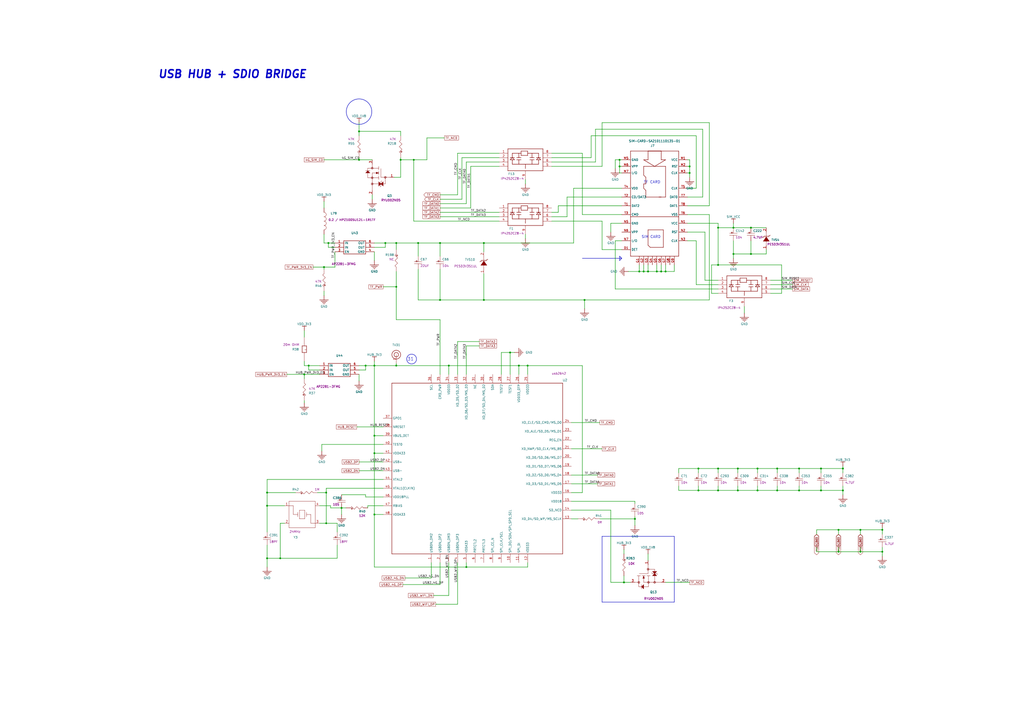
<source format=kicad_sch>
(kicad_sch (version 20241004) (generator "eeschema") (generator_version "8.99")
  (paper "A2")
  (title_block (title "Librem 5 Mainboard") (date "2024-03-21") (rev "v1.0.6") (company "Purism SPC") (comment 1 "GNU GPLv3+") (comment 2 "Copyright"))
  (circle (center 208.28 64.77) (radius 7.391) (stroke (width 0.254)))
  (circle (center 238.76 208.28) (radius 2.845) (stroke (width 0.254)))
  (text "TF CARD" (at 373.38 106.68 0) (effects (font (size 1.524 1.524)) (justify left bottom)))
  (text "31" (at 236.22 209.55 0) (effects (font (size 1.905 1.905)) (justify left bottom)))
  (text "USB HUB + SDIO BRIDGE" (at 91.44 45.72 0) (effects (font (size 4.445 4.445) (bold yes) (italic yes)) (justify left bottom)))
  (text "SIM CARD" (at 372.11 138.43 0) (effects (font (size 1.524 1.524)) (justify left bottom)))
  (junction (at 416.56 284.48))
  (junction (at 488.95 284.48))
  (junction (at 223.52 140.97))
  (junction (at 425.45 147.32))
  (junction (at 339.09 173.99))
  (junction (at 435.61 132.08))
  (junction (at 368.3 300.99))
  (junction (at 208.28 76.2))
  (junction (at 229.87 140.97))
  (junction (at 405.13 284.48))
  (junction (at 416.56 132.08))
  (junction (at 212.09 212.09))
  (junction (at 486.41 307.34))
  (junction (at 386.08 157.48))
  (junction (at 425.45 132.08))
  (junction (at 154.94 293.37))
  (junction (at 373.38 157.48))
  (junction (at 370.84 157.48))
  (junction (at 476.25 284.48))
  (junction (at 405.13 271.78))
  (junction (at 232.41 92.71))
  (junction (at 383.54 157.48))
  (junction (at 217.17 252.73))
  (junction (at 486.41 320.04))
  (junction (at 300.99 212.09))
  (junction (at 463.55 271.78))
  (junction (at 381 157.48))
  (junction (at 499.11 320.04))
  (junction (at 400.05 100.33))
  (junction (at 306.07 212.09))
  (junction (at 217.17 212.09))
  (junction (at 400.05 96.52))
  (junction (at 280.67 173.99))
  (junction (at 427.99 284.48))
  (junction (at 359.41 92.71))
  (junction (at 190.5 140.97))
  (junction (at 361.95 337.82))
  (junction (at 416.56 153.67))
  (junction (at 208.28 92.71))
  (junction (at 359.41 96.52))
  (junction (at 463.55 284.48))
  (junction (at 476.25 271.78))
  (junction (at 242.57 140.97))
  (junction (at 435.61 147.32))
  (junction (at 375.92 157.48))
  (junction (at 198.12 294.64))
  (junction (at 179.07 212.09))
  (junction (at 280.67 140.97))
  (junction (at 162.56 323.85))
  (junction (at 439.42 284.48))
  (junction (at 189.23 303.53))
  (junction (at 295.91 204.47))
  (junction (at 416.56 271.78))
  (junction (at 511.81 307.34))
  (junction (at 270.51 328.93))
  (junction (at 450.85 271.78))
  (junction (at 450.85 284.48))
  (junction (at 260.35 212.09))
  (junction (at 217.17 298.45))
  (junction (at 427.99 271.78))
  (junction (at 511.81 320.04))
  (junction (at 255.27 173.99))
  (junction (at 176.53 217.17))
  (junction (at 154.94 323.85))
  (junction (at 187.96 154.94))
  (junction (at 255.27 140.97))
  (junction (at 229.87 166.37))
  (junction (at 439.42 271.78))
  (junction (at 240.03 92.71))
  (junction (at 154.94 285.75))
  (junction (at 189.23 285.75))
  (junction (at 217.17 262.89))
  (junction (at 488.95 271.78))
  (junction (at 499.11 307.34))
  (junction (at 229.87 212.09))
  (wire (pts (xy 473.71 307.34) (xy 473.71 309.88)) (stroke (width 0.254)))
  (wire (pts (xy 398.78 129.54) (xy 416.56 129.54)) (stroke (width 0.254)))
  (wire (pts (xy 212.09 287.02) (xy 198.12 287.02)) (stroke (width 0.254)))
  (wire (pts (xy 154.94 323.85) (xy 162.56 323.85)) (stroke (width 0.254)))
  (wire (pts (xy 450.85 271.78) (xy 463.55 271.78)) (stroke (width 0.254)))
  (wire (pts (xy 255.27 113.03) (xy 265.43 113.03)) (stroke (width 0.254)))
  (wire (pts (xy 300.99 217.17) (xy 300.99 212.09)) (stroke (width 0.254)))
  (wire (pts (xy 289.56 123.19) (xy 255.27 123.19)) (stroke (width 0.254)))
  (wire (pts (xy 222.25 252.73) (xy 217.17 252.73)) (stroke (width 0.254)))
  (wire (pts (xy 232.41 91.44) (xy 232.41 92.71)) (stroke (width 0.254)))
  (wire (pts (xy 328.93 125.73) (xy 320.04 125.73)) (stroke (width 0.254)))
  (wire (pts (xy 425.45 147.32) (xy 425.45 139.7)) (stroke (width 0.254)))
  (wire (pts (xy 189.23 285.75) (xy 184.15 285.75)) (stroke (width 0.254)))
  (wire (pts (xy 463.55 271.78) (xy 476.25 271.78)) (stroke (width 0.254)))
  (wire (pts (xy 154.94 323.85) (xy 154.94 328.93)) (stroke (width 0.254)))
  (wire (pts (xy 194.31 154.94) (xy 187.96 154.94)) (stroke (width 0.254)))
  (wire (pts (xy 408.94 162.56) (xy 408.94 134.62)) (stroke (width 0.254)))
  (wire (pts (xy 400.05 96.52) (xy 400.05 100.33)) (stroke (width 0.254)))
  (wire (pts (xy 290.83 204.47) (xy 295.91 204.47)) (stroke (width 0.254)))
  (wire (pts (xy 222.25 262.89) (xy 217.17 262.89)) (stroke (width 0.254)))
  (wire (pts (xy 212.09 214.63) (xy 212.09 212.09)) (stroke (width 0.254)))
  (wire (pts (xy 260.35 212.09) (xy 229.87 212.09)) (stroke (width 0.254)))
  (wire (pts (xy 187.96 140.97) (xy 187.96 135.89)) (stroke (width 0.254)))
  (wire (pts (xy 162.56 323.85) (xy 162.56 303.53)) (stroke (width 0.254)))
  (wire (pts (xy 427.99 271.78) (xy 439.42 271.78)) (stroke (width 0.254)))
  (wire (pts (xy 185.42 303.53) (xy 189.23 303.53)) (stroke (width 0.254)))
  (wire (pts (xy 242.57 173.99) (xy 255.27 173.99)) (stroke (width 0.254)))
  (wire (pts (xy 265.43 88.9) (xy 289.56 88.9)) (stroke (width 0.254)))
  (wire (pts (xy 444.5 132.08) (xy 435.61 132.08)) (stroke (width 0.254)))
  (wire (pts (xy 476.25 271.78) (xy 488.95 271.78)) (stroke (width 0.254)))
  (polyline (pts (xy 337.82 149.86) (xy 360.68 149.86)) (stroke (width 0.254) (type solid)))
  (wire (pts (xy 453.39 153.67) (xy 416.56 153.67)) (stroke (width 0.254)))
  (wire (pts (xy 217.17 252.73) (xy 217.17 212.09)) (stroke (width 0.254)))
  (wire (pts (xy 229.87 140.97) (xy 223.52 140.97)) (stroke (width 0.254)))
  (wire (pts (xy 181.61 154.94) (xy 187.96 154.94)) (stroke (width 0.254)))
  (wire (pts (xy 179.07 212.09) (xy 176.53 212.09)) (stroke (width 0.254)))
  (wire (pts (xy 453.39 170.18) (xy 453.39 153.67)) (stroke (width 0.254)))
  (wire (pts (xy 393.7 274.32) (xy 393.7 271.78)) (stroke (width 0.254)))
  (wire (pts (xy 486.41 309.88) (xy 486.41 307.34)) (stroke (width 0.254)))
  (wire (pts (xy 270.51 200.66) (xy 278.13 200.66)) (stroke (width 0.254)))
  (wire (pts (xy 267.97 115.57) (xy 267.97 91.44)) (stroke (width 0.254)))
  (wire (pts (xy 247.65 92.71) (xy 247.65 80.01)) (stroke (width 0.254)))
  (wire (pts (xy 166.37 217.17) (xy 176.53 217.17)) (stroke (width 0.254)))
  (wire (pts (xy 476.25 281.94) (xy 476.25 284.48)) (stroke (width 0.254)))
  (wire (pts (xy 323.85 119.38) (xy 323.85 123.19)) (stroke (width 0.254)))
  (polyline (pts (xy 359.41 151.13) (xy 360.68 149.86)) (stroke (width 0.254) (type solid)))
  (wire (pts (xy 400.05 92.71) (xy 400.05 96.52)) (stroke (width 0.254)))
  (wire (pts (xy 383.54 157.48) (xy 386.08 157.48)) (stroke (width 0.254)))
  (wire (pts (xy 375.92 325.12) (xy 375.92 321.31)) (stroke (width 0.254)))
  (wire (pts (xy 217.17 262.89) (xy 217.17 252.73)) (stroke (width 0.254)))
  (wire (pts (xy 295.91 217.17) (xy 295.91 204.47)) (stroke (width 0.254)))
  (polyline (pts (xy 391.16 349.25) (xy 391.16 311.15)) (stroke (width 0.254) (type solid)))
  (wire (pts (xy 463.55 274.32) (xy 463.55 271.78)) (stroke (width 0.254)))
  (wire (pts (xy 370.84 153.67) (xy 370.84 157.48)) (stroke (width 0.254)))
  (wire (pts (xy 435.61 147.32) (xy 425.45 147.32)) (stroke (width 0.254)))
  (wire (pts (xy 255.27 173.99) (xy 280.67 173.99)) (stroke (width 0.254)))
  (wire (pts (xy 427.99 274.32) (xy 427.99 271.78)) (stroke (width 0.254)))
  (wire (pts (xy 412.75 170.18) (xy 416.56 170.18)) (stroke (width 0.254)))
  (wire (pts (xy 398.78 109.22) (xy 403.86 109.22)) (stroke (width 0.254)))
  (wire (pts (xy 345.44 93.98) (xy 320.04 93.98)) (stroke (width 0.254)))
  (wire (pts (xy 347.98 300.99) (xy 368.3 300.99)) (stroke (width 0.254)))
  (wire (pts (xy 222.25 247.65) (xy 207.01 247.65)) (stroke (width 0.254)))
  (wire (pts (xy 360.68 144.78) (xy 349.25 144.78)) (stroke (width 0.254)))
  (wire (pts (xy 354.33 129.54) (xy 354.33 134.62)) (stroke (width 0.254)))
  (wire (pts (xy 195.58 316.23) (xy 195.58 323.85)) (stroke (width 0.254)))
  (wire (pts (xy 416.56 153.67) (xy 416.56 132.08)) (stroke (width 0.254)))
  (wire (pts (xy 189.23 283.21) (xy 189.23 285.75)) (stroke (width 0.254)))
  (wire (pts (xy 331.47 285.75) (xy 337.82 285.75)) (stroke (width 0.254)))
  (wire (pts (xy 255.27 185.42) (xy 229.87 185.42)) (stroke (width 0.254)))
  (wire (pts (xy 185.42 293.37) (xy 191.77 293.37)) (stroke (width 0.254)))
  (wire (pts (xy 331.47 245.11) (xy 347.98 245.11)) (stroke (width 0.254)))
  (wire (pts (xy 511.81 320.04) (xy 511.81 317.5)) (stroke (width 0.254)))
  (wire (pts (xy 335.28 300.99) (xy 331.47 300.99)) (stroke (width 0.254)))
  (wire (pts (xy 332.74 109.22) (xy 332.74 140.97)) (stroke (width 0.254)))
  (wire (pts (xy 255.27 173.99) (xy 255.27 156.21)) (stroke (width 0.254)))
  (wire (pts (xy 328.93 114.3) (xy 328.93 125.73)) (stroke (width 0.254)))
  (wire (pts (xy 425.45 149.86) (xy 425.45 147.32)) (stroke (width 0.254)))
  (wire (pts (xy 368.3 299.72) (xy 368.3 300.99)) (stroke (width 0.254)))
  (polyline (pts (xy 360.68 149.86) (xy 359.41 148.59)) (stroke (width 0.254) (type solid)))
  (wire (pts (xy 398.78 124.46) (xy 411.48 124.46)) (stroke (width 0.254)))
  (wire (pts (xy 400.05 100.33) (xy 398.78 100.33)) (stroke (width 0.254)))
  (wire (pts (xy 222.25 257.81) (xy 186.69 257.81)) (stroke (width 0.254)))
  (wire (pts (xy 511.81 307.34) (xy 511.81 306.07)) (stroke (width 0.254)))
  (wire (pts (xy 154.94 316.23) (xy 154.94 323.85)) (stroke (width 0.254)))
  (wire (pts (xy 400.05 100.33) (xy 400.05 102.87)) (stroke (width 0.254)))
  (wire (pts (xy 194.31 146.05) (xy 194.31 154.94)) (stroke (width 0.254)))
  (wire (pts (xy 332.74 140.97) (xy 280.67 140.97)) (stroke (width 0.254)))
  (wire (pts (xy 381 157.48) (xy 383.54 157.48)) (stroke (width 0.254)))
  (wire (pts (xy 304.8 106.68) (xy 304.8 104.14)) (stroke (width 0.254)))
  (wire (pts (xy 295.91 204.47) (xy 298.45 204.47)) (stroke (width 0.254)))
  (wire (pts (xy 331.47 295.91) (xy 354.33 295.91)) (stroke (width 0.254)))
  (wire (pts (xy 359.41 100.33) (xy 360.68 100.33)) (stroke (width 0.254)))
  (wire (pts (xy 416.56 162.56) (xy 408.94 162.56)) (stroke (width 0.254)))
  (wire (pts (xy 198.12 294.64) (xy 200.66 294.64)) (stroke (width 0.254)))
  (wire (pts (xy 208.28 92.71) (xy 208.28 91.44)) (stroke (width 0.254)))
  (wire (pts (xy 306.07 328.93) (xy 270.51 328.93)) (stroke (width 0.254)))
  (wire (pts (xy 486.41 307.34) (xy 473.71 307.34)) (stroke (width 0.254)))
  (wire (pts (xy 488.95 284.48) (xy 488.95 281.94)) (stroke (width 0.254)))
  (wire (pts (xy 306.07 212.09) (xy 300.99 212.09)) (stroke (width 0.254)))
  (wire (pts (xy 232.41 92.71) (xy 232.41 102.87)) (stroke (width 0.254)))
  (wire (pts (xy 368.3 290.83) (xy 331.47 290.83)) (stroke (width 0.254)))
  (wire (pts (xy 306.07 217.17) (xy 306.07 212.09)) (stroke (width 0.254)))
  (wire (pts (xy 242.57 140.97) (xy 242.57 148.59)) (stroke (width 0.254)))
  (wire (pts (xy 444.5 147.32) (xy 444.5 144.78)) (stroke (width 0.254)))
  (wire (pts (xy 450.85 284.48) (xy 463.55 284.48)) (stroke (width 0.254)))
  (polyline (pts (xy 349.25 311.15) (xy 349.25 349.25)) (stroke (width 0.254) (type solid)))
  (wire (pts (xy 255.27 140.97) (xy 255.27 148.59)) (stroke (width 0.254)))
  (wire (pts (xy 447.04 162.56) (xy 459.74 162.56)) (stroke (width 0.254)))
  (wire (pts (xy 349.25 71.12) (xy 349.25 96.52)) (stroke (width 0.254)))
  (wire (pts (xy 360.68 114.3) (xy 328.93 114.3)) (stroke (width 0.254)))
  (wire (pts (xy 255.27 217.17) (xy 255.27 185.42)) (stroke (width 0.254)))
  (wire (pts (xy 359.41 92.71) (xy 359.41 96.52)) (stroke (width 0.254)))
  (wire (pts (xy 265.43 350.52) (xy 252.73 350.52)) (stroke (width 0.254)))
  (wire (pts (xy 463.55 281.94) (xy 463.55 284.48)) (stroke (width 0.254)))
  (wire (pts (xy 370.84 157.48) (xy 364.49 157.48)) (stroke (width 0.254)))
  (wire (pts (xy 405.13 284.48) (xy 405.13 281.94)) (stroke (width 0.254)))
  (wire (pts (xy 403.86 109.22) (xy 403.86 78.74)) (stroke (width 0.254)))
  (wire (pts (xy 473.71 320.04) (xy 486.41 320.04)) (stroke (width 0.254)))
  (wire (pts (xy 223.52 143.51) (xy 223.52 140.97)) (stroke (width 0.254)))
  (wire (pts (xy 229.87 144.78) (xy 229.87 140.97)) (stroke (width 0.254)))
  (wire (pts (xy 247.65 80.01) (xy 257.81 80.01)) (stroke (width 0.254)))
  (wire (pts (xy 349.25 144.78) (xy 349.25 128.27)) (stroke (width 0.254)))
  (wire (pts (xy 187.96 154.94) (xy 187.96 156.21)) (stroke (width 0.254)))
  (wire (pts (xy 337.82 124.46) (xy 337.82 88.9)) (stroke (width 0.254)))
  (wire (pts (xy 486.41 317.5) (xy 486.41 320.04)) (stroke (width 0.254)))
  (wire (pts (xy 240.03 128.27) (xy 240.03 92.71)) (stroke (width 0.254)))
  (wire (pts (xy 368.3 292.1) (xy 368.3 290.83)) (stroke (width 0.254)))
  (wire (pts (xy 232.41 78.74) (xy 232.41 76.2)) (stroke (width 0.254)))
  (wire (pts (xy 331.47 275.59) (xy 346.71 275.59)) (stroke (width 0.254)))
  (wire (pts (xy 267.97 91.44) (xy 289.56 91.44)) (stroke (width 0.254)))
  (wire (pts (xy 476.25 274.32) (xy 476.25 271.78)) (stroke (width 0.254)))
  (wire (pts (xy 222.25 267.97) (xy 208.28 267.97)) (stroke (width 0.254)))
  (wire (pts (xy 488.95 271.78) (xy 488.95 274.32)) (stroke (width 0.254)))
  (wire (pts (xy 191.77 293.37) (xy 191.77 294.64)) (stroke (width 0.254)))
  (wire (pts (xy 190.5 143.51) (xy 190.5 140.97)) (stroke (width 0.254)))
  (wire (pts (xy 229.87 157.48) (xy 229.87 166.37)) (stroke (width 0.254)))
  (wire (pts (xy 154.94 278.13) (xy 154.94 285.75)) (stroke (width 0.254)))
  (wire (pts (xy 375.92 153.67) (xy 375.92 157.48)) (stroke (width 0.254)))
  (wire (pts (xy 187.96 168.91) (xy 187.96 171.45)) (stroke (width 0.254)))
  (wire (pts (xy 208.28 78.74) (xy 208.28 76.2)) (stroke (width 0.254)))
  (wire (pts (xy 260.35 345.44) (xy 251.46 345.44)) (stroke (width 0.254)))
  (wire (pts (xy 337.82 212.09) (xy 306.07 212.09)) (stroke (width 0.254)))
  (polyline (pts (xy 349.25 349.25) (xy 391.16 349.25)) (stroke (width 0.254) (type solid)))
  (wire (pts (xy 447.04 165.1) (xy 459.74 165.1)) (stroke (width 0.254)))
  (wire (pts (xy 270.51 217.17) (xy 270.51 200.66)) (stroke (width 0.254)))
  (wire (pts (xy 240.03 92.71) (xy 247.65 92.71)) (stroke (width 0.254)))
  (wire (pts (xy 242.57 156.21) (xy 242.57 173.99)) (stroke (width 0.254)))
  (wire (pts (xy 217.17 212.09) (xy 217.17 209.55)) (stroke (width 0.254)))
  (wire (pts (xy 240.03 92.71) (xy 232.41 92.71)) (stroke (width 0.254)))
  (wire (pts (xy 337.82 88.9) (xy 320.04 88.9)) (stroke (width 0.254)))
  (wire (pts (xy 499.11 317.5) (xy 499.11 320.04)) (stroke (width 0.254)))
  (wire (pts (xy 208.28 214.63) (xy 212.09 214.63)) (stroke (width 0.254)))
  (wire (pts (xy 337.82 285.75) (xy 337.82 212.09)) (stroke (width 0.254)))
  (wire (pts (xy 304.8 135.89) (xy 304.8 138.43)) (stroke (width 0.254)))
  (wire (pts (xy 391.16 157.48) (xy 386.08 157.48)) (stroke (width 0.254)))
  (wire (pts (xy 260.35 217.17) (xy 260.35 212.09)) (stroke (width 0.254)))
  (wire (pts (xy 265.43 217.17) (xy 265.43 198.12)) (stroke (width 0.254)))
  (wire (pts (xy 407.67 114.3) (xy 407.67 74.93)) (stroke (width 0.254)))
  (wire (pts (xy 290.83 217.17) (xy 290.83 204.47)) (stroke (width 0.254)))
  (wire (pts (xy 222.25 273.05) (xy 208.28 273.05)) (stroke (width 0.254)))
  (wire (pts (xy 270.51 118.11) (xy 270.51 93.98)) (stroke (width 0.254)))
  (wire (pts (xy 289.56 96.52) (xy 273.05 96.52)) (stroke (width 0.254)))
  (wire (pts (xy 270.51 326.39) (xy 270.51 328.93)) (stroke (width 0.254)))
  (wire (pts (xy 450.85 281.94) (xy 450.85 284.48)) (stroke (width 0.254)))
  (wire (pts (xy 416.56 284.48) (xy 405.13 284.48)) (stroke (width 0.254)))
  (wire (pts (xy 185.42 212.09) (xy 179.07 212.09)) (stroke (width 0.254)))
  (wire (pts (xy 405.13 274.32) (xy 405.13 271.78)) (stroke (width 0.254)))
  (wire (pts (xy 431.8 177.8) (xy 431.8 181.61)) (stroke (width 0.254)))
  (wire (pts (xy 360.68 109.22) (xy 332.74 109.22)) (stroke (width 0.254)))
  (wire (pts (xy 255.27 339.09) (xy 233.68 339.09)) (stroke (width 0.254)))
  (wire (pts (xy 162.56 303.53) (xy 165.1 303.53)) (stroke (width 0.254)))
  (wire (pts (xy 360.68 129.54) (xy 354.33 129.54)) (stroke (width 0.254)))
  (wire (pts (xy 222.25 293.37) (xy 213.36 293.37)) (stroke (width 0.254)))
  (wire (pts (xy 403.86 139.7) (xy 398.78 139.7)) (stroke (width 0.254)))
  (wire (pts (xy 393.7 271.78) (xy 405.13 271.78)) (stroke (width 0.254)))
  (wire (pts (xy 499.11 309.88) (xy 499.11 307.34)) (stroke (width 0.254)))
  (wire (pts (xy 416.56 281.94) (xy 416.56 284.48)) (stroke (width 0.254)))
  (wire (pts (xy 217.17 328.93) (xy 217.17 298.45)) (stroke (width 0.254)))
  (wire (pts (xy 354.33 295.91) (xy 354.33 337.82)) (stroke (width 0.254)))
  (wire (pts (xy 447.04 170.18) (xy 453.39 170.18)) (stroke (width 0.254)))
  (wire (pts (xy 398.78 119.38) (xy 411.48 119.38)) (stroke (width 0.254)))
  (wire (pts (xy 195.58 303.53) (xy 195.58 308.61)) (stroke (width 0.254)))
  (wire (pts (xy 223.52 140.97) (xy 217.17 140.97)) (stroke (width 0.254)))
  (wire (pts (xy 359.41 96.52) (xy 359.41 100.33)) (stroke (width 0.254)))
  (wire (pts (xy 265.43 198.12) (xy 278.13 198.12)) (stroke (width 0.254)))
  (wire (pts (xy 435.61 147.32) (xy 444.5 147.32)) (stroke (width 0.254)))
  (wire (pts (xy 212.09 288.29) (xy 212.09 287.02)) (stroke (width 0.254)))
  (wire (pts (xy 250.19 326.39) (xy 250.19 335.28)) (stroke (width 0.254)))
  (wire (pts (xy 191.77 294.64) (xy 198.12 294.64)) (stroke (width 0.254)))
  (wire (pts (xy 361.95 334.01) (xy 361.95 337.82)) (stroke (width 0.254)))
  (wire (pts (xy 381 157.48) (xy 381 153.67)) (stroke (width 0.254)))
  (wire (pts (xy 280.67 173.99) (xy 339.09 173.99)) (stroke (width 0.254)))
  (wire (pts (xy 176.53 232.41) (xy 176.53 233.68)) (stroke (width 0.254)))
  (wire (pts (xy 186.69 257.81) (xy 186.69 261.62)) (stroke (width 0.254)))
  (wire (pts (xy 393.7 281.94) (xy 393.7 284.48)) (stroke (width 0.254)))
  (wire (pts (xy 349.25 128.27) (xy 320.04 128.27)) (stroke (width 0.254)))
  (wire (pts (xy 391.16 153.67) (xy 391.16 157.48)) (stroke (width 0.254)))
  (wire (pts (xy 306.07 326.39) (xy 306.07 328.93)) (stroke (width 0.254)))
  (wire (pts (xy 360.68 119.38) (xy 323.85 119.38)) (stroke (width 0.254)))
  (wire (pts (xy 473.71 317.5) (xy 473.71 320.04)) (stroke (width 0.254)))
  (wire (pts (xy 198.12 298.45) (xy 198.12 294.64)) (stroke (width 0.254)))
  (wire (pts (xy 232.41 102.87) (xy 228.6 102.87)) (stroke (width 0.254)))
  (wire (pts (xy 386.08 153.67) (xy 386.08 157.48)) (stroke (width 0.254)))
  (wire (pts (xy 373.38 153.67) (xy 373.38 157.48)) (stroke (width 0.254)))
  (wire (pts (xy 229.87 185.42) (xy 229.87 166.37)) (stroke (width 0.254)))
  (polyline (pts (xy 391.16 311.15) (xy 349.25 311.15)) (stroke (width 0.254) (type solid)))
  (wire (pts (xy 342.9 78.74) (xy 342.9 91.44)) (stroke (width 0.254)))
  (wire (pts (xy 486.41 307.34) (xy 499.11 307.34)) (stroke (width 0.254)))
  (wire (pts (xy 195.58 323.85) (xy 162.56 323.85)) (stroke (width 0.254)))
  (wire (pts (xy 342.9 91.44) (xy 320.04 91.44)) (stroke (width 0.254)))
  (wire (pts (xy 289.56 125.73) (xy 255.27 125.73)) (stroke (width 0.254)))
  (wire (pts (xy 450.85 274.32) (xy 450.85 271.78)) (stroke (width 0.254)))
  (wire (pts (xy 154.94 285.75) (xy 154.94 293.37)) (stroke (width 0.254)))
  (wire (pts (xy 403.86 78.74) (xy 342.9 78.74)) (stroke (width 0.254)))
  (wire (pts (xy 360.68 124.46) (xy 337.82 124.46)) (stroke (width 0.254)))
  (wire (pts (xy 260.35 326.39) (xy 260.35 345.44)) (stroke (width 0.254)))
  (wire (pts (xy 270.51 93.98) (xy 289.56 93.98)) (stroke (width 0.254)))
  (wire (pts (xy 408.94 134.62) (xy 398.78 134.62)) (stroke (width 0.254)))
  (wire (pts (xy 488.95 271.78) (xy 488.95 270.51)) (stroke (width 0.254)))
  (wire (pts (xy 411.48 71.12) (xy 349.25 71.12)) (stroke (width 0.254)))
  (wire (pts (xy 511.81 307.34) (xy 511.81 309.88)) (stroke (width 0.254)))
  (wire (pts (xy 208.28 212.09) (xy 212.09 212.09)) (stroke (width 0.254)))
  (wire (pts (xy 339.09 173.99) (xy 339.09 179.07)) (stroke (width 0.254)))
  (wire (pts (xy 189.23 285.75) (xy 189.23 303.53)) (stroke (width 0.254)))
  (wire (pts (xy 416.56 284.48) (xy 427.99 284.48)) (stroke (width 0.254)))
  (wire (pts (xy 425.45 132.08) (xy 425.45 129.54)) (stroke (width 0.254)))
  (wire (pts (xy 190.5 140.97) (xy 194.31 140.97)) (stroke (width 0.254)))
  (wire (pts (xy 476.25 284.48) (xy 488.95 284.48)) (stroke (width 0.254)))
  (wire (pts (xy 416.56 167.64) (xy 356.87 167.64)) (stroke (width 0.254)))
  (wire (pts (xy 217.17 298.45) (xy 217.17 262.89)) (stroke (width 0.254)))
  (wire (pts (xy 179.07 214.63) (xy 179.07 212.09)) (stroke (width 0.254)))
  (wire (pts (xy 381 157.48) (xy 375.92 157.48)) (stroke (width 0.254)))
  (wire (pts (xy 398.78 114.3) (xy 407.67 114.3)) (stroke (width 0.254)))
  (wire (pts (xy 345.44 74.93) (xy 345.44 93.98)) (stroke (width 0.254)))
  (wire (pts (xy 411.48 124.46) (xy 411.48 173.99)) (stroke (width 0.254)))
  (wire (pts (xy 212.09 212.09) (xy 217.17 212.09)) (stroke (width 0.254)))
  (wire (pts (xy 439.42 284.48) (xy 450.85 284.48)) (stroke (width 0.254)))
  (wire (pts (xy 300.99 212.09) (xy 260.35 212.09)) (stroke (width 0.254)))
  (wire (pts (xy 383.54 153.67) (xy 383.54 157.48)) (stroke (width 0.254)))
  (wire (pts (xy 229.87 210.82) (xy 229.87 212.09)) (stroke (width 0.254)))
  (wire (pts (xy 499.11 320.04) (xy 511.81 320.04)) (stroke (width 0.254)))
  (wire (pts (xy 208.28 76.2) (xy 208.28 71.12)) (stroke (width 0.254)))
  (wire (pts (xy 189.23 303.53) (xy 195.58 303.53)) (stroke (width 0.254)))
  (wire (pts (xy 255.27 326.39) (xy 255.27 339.09)) (stroke (width 0.254)))
  (wire (pts (xy 255.27 118.11) (xy 270.51 118.11)) (stroke (width 0.254)))
  (wire (pts (xy 373.38 157.48) (xy 375.92 157.48)) (stroke (width 0.254)))
  (wire (pts (xy 255.27 140.97) (xy 280.67 140.97)) (stroke (width 0.254)))
  (wire (pts (xy 403.86 165.1) (xy 403.86 139.7)) (stroke (width 0.254)))
  (wire (pts (xy 154.94 293.37) (xy 154.94 308.61)) (stroke (width 0.254)))
  (wire (pts (xy 176.53 212.09) (xy 176.53 209.55)) (stroke (width 0.254)))
  (wire (pts (xy 411.48 119.38) (xy 411.48 71.12)) (stroke (width 0.254)))
  (wire (pts (xy 486.41 320.04) (xy 499.11 320.04)) (stroke (width 0.254)))
  (wire (pts (xy 439.42 274.32) (xy 439.42 271.78)) (stroke (width 0.254)))
  (wire (pts (xy 194.31 143.51) (xy 190.5 143.51)) (stroke (width 0.254)))
  (wire (pts (xy 349.25 96.52) (xy 320.04 96.52)) (stroke (width 0.254)))
  (wire (pts (xy 416.56 274.32) (xy 416.56 271.78)) (stroke (width 0.254)))
  (wire (pts (xy 398.78 92.71) (xy 400.05 92.71)) (stroke (width 0.254)))
  (wire (pts (xy 416.56 129.54) (xy 416.56 132.08)) (stroke (width 0.254)))
  (wire (pts (xy 411.48 173.99) (xy 339.09 173.99)) (stroke (width 0.254)))
  (wire (pts (xy 176.53 195.58) (xy 176.53 191.77)) (stroke (width 0.254)))
  (wire (pts (xy 273.05 96.52) (xy 273.05 120.65)) (stroke (width 0.254)))
  (wire (pts (xy 405.13 271.78) (xy 416.56 271.78)) (stroke (width 0.254)))
  (wire (pts (xy 361.95 337.82) (xy 365.76 337.82)) (stroke (width 0.254)))
  (wire (pts (xy 416.56 153.67) (xy 412.75 153.67)) (stroke (width 0.254)))
  (wire (pts (xy 416.56 271.78) (xy 427.99 271.78)) (stroke (width 0.254)))
  (wire (pts (xy 270.51 328.93) (xy 217.17 328.93)) (stroke (width 0.254)))
  (wire (pts (xy 463.55 284.48) (xy 476.25 284.48)) (stroke (width 0.254)))
  (wire (pts (xy 331.47 260.35) (xy 349.25 260.35)) (stroke (width 0.254)))
  (wire (pts (xy 356.87 139.7) (xy 360.68 139.7)) (stroke (width 0.254)))
  (wire (pts (xy 407.67 74.93) (xy 345.44 74.93)) (stroke (width 0.254)))
  (wire (pts (xy 360.68 92.71) (xy 359.41 92.71)) (stroke (width 0.254)))
  (wire (pts (xy 361.95 321.31) (xy 361.95 318.77)) (stroke (width 0.254)))
  (wire (pts (xy 255.27 115.57) (xy 267.97 115.57)) (stroke (width 0.254)))
  (wire (pts (xy 435.61 132.08) (xy 425.45 132.08)) (stroke (width 0.254)))
  (wire (pts (xy 393.7 284.48) (xy 405.13 284.48)) (stroke (width 0.254)))
  (wire (pts (xy 208.28 217.17) (xy 208.28 220.98)) (stroke (width 0.254)))
  (wire (pts (xy 250.19 335.28) (xy 234.95 335.28)) (stroke (width 0.254)))
  (wire (pts (xy 217.17 143.51) (xy 223.52 143.51)) (stroke (width 0.254)))
  (wire (pts (xy 439.42 281.94) (xy 439.42 284.48)) (stroke (width 0.254)))
  (wire (pts (xy 368.3 300.99) (xy 368.3 304.8)) (stroke (width 0.254)))
  (wire (pts (xy 229.87 140.97) (xy 242.57 140.97)) (stroke (width 0.254)))
  (wire (pts (xy 273.05 120.65) (xy 255.27 120.65)) (stroke (width 0.254)))
  (wire (pts (xy 488.95 284.48) (xy 488.95 287.02)) (stroke (width 0.254)))
  (wire (pts (xy 185.42 214.63) (xy 179.07 214.63)) (stroke (width 0.254)))
  (wire (pts (xy 232.41 76.2) (xy 208.28 76.2)) (stroke (width 0.254)))
  (wire (pts (xy 222.25 283.21) (xy 189.23 283.21)) (stroke (width 0.254)))
  (wire (pts (xy 215.9 92.71) (xy 208.28 92.71)) (stroke (width 0.254)))
  (wire (pts (xy 229.87 212.09) (xy 217.17 212.09)) (stroke (width 0.254)))
  (wire (pts (xy 215.9 113.03) (xy 215.9 115.57)) (stroke (width 0.254)))
  (wire (pts (xy 217.17 146.05) (xy 217.17 151.13)) (stroke (width 0.254)))
  (wire (pts (xy 165.1 293.37) (xy 154.94 293.37)) (stroke (width 0.254)))
  (wire (pts (xy 255.27 140.97) (xy 242.57 140.97)) (stroke (width 0.254)))
  (wire (pts (xy 213.36 293.37) (xy 213.36 294.64)) (stroke (width 0.254)))
  (wire (pts (xy 435.61 139.7) (xy 435.61 147.32)) (stroke (width 0.254)))
  (wire (pts (xy 412.75 153.67) (xy 412.75 170.18)) (stroke (width 0.254)))
  (wire (pts (xy 187.96 116.84) (xy 187.96 120.65)) (stroke (width 0.254)))
  (wire (pts (xy 416.56 165.1) (xy 403.86 165.1)) (stroke (width 0.254)))
  (wire (pts (xy 280.67 146.05) (xy 280.67 140.97)) (stroke (width 0.254)))
  (wire (pts (xy 190.5 140.97) (xy 187.96 140.97)) (stroke (width 0.254)))
  (wire (pts (xy 280.67 173.99) (xy 280.67 158.75)) (stroke (width 0.254)))
  (wire (pts (xy 427.99 281.94) (xy 427.99 284.48)) (stroke (width 0.254)))
  (wire (pts (xy 359.41 92.71) (xy 356.87 92.71)) (stroke (width 0.254)))
  (wire (pts (xy 222.25 298.45) (xy 217.17 298.45)) (stroke (width 0.254)))
  (wire (pts (xy 416.56 132.08) (xy 425.45 132.08)) (stroke (width 0.254)))
  (wire (pts (xy 222.25 278.13) (xy 154.94 278.13)) (stroke (width 0.254)))
  (polyline (pts (xy 359.41 148.59) (xy 359.41 151.13)) (stroke (width 0.254) (type solid)))
  (wire (pts (xy 359.41 96.52) (xy 360.68 96.52)) (stroke (width 0.254)))
  (wire (pts (xy 229.87 166.37) (xy 222.25 166.37)) (stroke (width 0.254)))
  (wire (pts (xy 171.45 285.75) (xy 154.94 285.75)) (stroke (width 0.254)))
  (wire (pts (xy 447.04 167.64) (xy 459.74 167.64)) (stroke (width 0.254)))
  (wire (pts (xy 185.42 217.17) (xy 176.53 217.17)) (stroke (width 0.254)))
  (wire (pts (xy 499.11 307.34) (xy 511.81 307.34)) (stroke (width 0.254)))
  (wire (pts (xy 331.47 280.67) (xy 346.71 280.67)) (stroke (width 0.254)))
  (wire (pts (xy 370.84 157.48) (xy 373.38 157.48)) (stroke (width 0.254)))
  (wire (pts (xy 427.99 284.48) (xy 439.42 284.48)) (stroke (width 0.254)))
  (wire (pts (xy 511.81 320.04) (xy 511.81 322.58)) (stroke (width 0.254)))
  (wire (pts (xy 222.25 288.29) (xy 212.09 288.29)) (stroke (width 0.254)))
  (wire (pts (xy 323.85 123.19) (xy 320.04 123.19)) (stroke (width 0.254)))
  (wire (pts (xy 400.05 337.82) (xy 386.08 337.82)) (stroke (width 0.254)))
  (wire (pts (xy 356.87 92.71) (xy 356.87 97.79)) (stroke (width 0.254)))
  (wire (pts (xy 398.78 96.52) (xy 400.05 96.52)) (stroke (width 0.254)))
  (wire (pts (xy 208.28 92.71) (xy 187.96 92.71)) (stroke (width 0.254)))
  (wire (pts (xy 176.53 217.17) (xy 176.53 219.71)) (stroke (width 0.254)))
  (wire (pts (xy 265.43 326.39) (xy 265.43 350.52)) (stroke (width 0.254)))
  (wire (pts (xy 439.42 271.78) (xy 450.85 271.78)) (stroke (width 0.254)))
  (wire (pts (xy 354.33 337.82) (xy 361.95 337.82)) (stroke (width 0.254)))
  (wire (pts (xy 289.56 128.27) (xy 240.03 128.27)) (stroke (width 0.254)))
  (wire (pts (xy 265.43 113.03) (xy 265.43 88.9)) (stroke (width 0.254)))
  (wire (pts (xy 356.87 167.64) (xy 356.87 139.7)) (stroke (width 0.254)))
  (label "USB2_DP" (at 214.63 267.97 0))
  (label "USB2_DN" (at 214.63 273.05 0))
  (label "TF_DATA0" (at 270.51 106.68 90))
  (label "USB2_4G_DN" (at 242.57 335.28 0))
  (label "TF_DATA1" (at 339.09 280.67 0))
  (label "TF_DATA3" (at 270.51 208.28 90))
  (label "USB2_WIFI_DN" (at 260.35 335.28 90))
  (label "SIM_CLK" (at 453.39 165.1 0))
  (label "TF_DATA3" (at 273.05 125.73 0))
  (label "TF_DATA0" (at 339.09 275.59 0))
  (label "USB2_4G_DP" (at 245.11 339.09 0))
  (label "SIM_RESET" (at 453.39 162.56 0))
  (label "TF_CLK" (at 267.97 104.14 90))
  (label "SIM_DATA" (at 453.39 167.64 0))
  (label "TF_CMD" (at 265.43 101.6 90))
  (label "USB2_WIFI_DP" (at 265.43 337.82 90))
  (label "TF_PWR_3V3_EN" (at 194.31 149.86 90))
  (label "TF_NCD" (at 392.43 337.82 0))
  (label "TF_DATA2" (at 265.43 208.28 90))
  (label "HUB_RESET" (at 214.63 247.65 0))
  (label "TF_CLK" (at 340.36 260.35 0))
  (label "TF_CMD" (at 339.09 245.11 0))
  (label "4G_SIM_CD" (at 198.12 92.71 0))
  (label "TF_NCD" (at 265.43 128.27 0))
  (label "TF_DATA2" (at 273.05 123.19 0))
  (label "TF_PWR" (at 255.27 200.66 90))
  (label "TF_DATA1" (at 273.05 109.22 90))
  (label "HUB_PWR_3V3_EN" (at 171.45 217.17 0))
  (global_label "HUB_PWR_3V3_EN" (shape passive) (at 166.37 217.17 180))
  (global_label "SIM_RESET" (shape passive) (at 459.74 162.56 0))
  (global_label "TF_DATA1" (shape passive) (at 346.71 280.67 0))
  (global_label "USB2_4G_DP" (shape passive) (at 233.68 339.09 180))
  (global_label "USB2_DN" (shape passive) (at 208.28 273.05 180))
  (global_label "USB2_WIFI_DP" (shape passive) (at 252.73 350.52 180))
  (global_label "USB2_WIFI_DN" (shape passive) (at 251.46 345.44 180))
  (global_label "TF_DATA3" (shape passive) (at 278.13 200.66 0))
  (global_label "SIM_DATA" (shape passive) (at 459.74 167.64 0))
  (global_label "TF_DATA0" (shape passive) (at 346.71 275.59 0))
  (global_label "GND" (shape bidirectional) (at 486.41 317.5 90))
  (global_label "4G_SIM_CD" (shape passive) (at 187.96 92.71 180))
  (global_label "TF_NCD" (shape passive) (at 257.81 80.01 0))
  (global_label "TF_NCD" (shape passive) (at 400.05 337.82 0))
  (global_label "USB2_4G_DN" (shape passive) (at 234.95 335.28 180))
  (global_label "TF_DATA2" (shape passive) (at 255.27 123.19 180))
  (global_label "HUB_3V3" (shape bidirectional) (at 486.41 309.88 270))
  (global_label "HUB_RESET" (shape passive) (at 207.01 247.65 180))
  (global_label "GND" (shape bidirectional) (at 473.71 317.5 90))
  (global_label "TF_CLK" (shape output) (at 255.27 115.57 180))
  (global_label "TF_PWR_3V3_EN" (shape passive) (at 181.61 154.94 180))
  (global_label "TF_DATA1" (shape passive) (at 255.27 120.65 180))
  (global_label "SIM_CLK" (shape passive) (at 459.74 165.1 0))
  (global_label "TF_DATA2" (shape passive) (at 278.13 198.12 0))
  (global_label "TF_DATA3" (shape passive) (at 255.27 125.73 180))
  (global_label "HUB_3V3" (shape bidirectional) (at 473.71 309.88 270))
  (global_label "USB2_DP" (shape passive) (at 208.28 267.97 180))
  (global_label "HUB_3V3" (shape bidirectional) (at 499.11 309.88 270))
  (global_label "TF_CLK" (shape passive) (at 349.25 260.35 0))
  (global_label "GND" (shape bidirectional) (at 499.11 317.5 90))
  (global_label "TF_CMD" (shape output) (at 255.27 113.03 180))
  (global_label "TF_CMD" (shape passive) (at 347.98 245.11 0))
  (global_label "TF_PWR" (shape passive) (at 222.25 166.37 180))
  (global_label "TF_DATA0" (shape passive) (at 255.27 118.11 180))
  (symbol (lib_id "C-20_USB_HUB_SD:VDD_1V8") (at 375.92 321.31 180) (unit 1)
    (property "Reference" "#PWR?" (effects (hide yes)))
    (property "Value" "VDD_1V8" (at 375.92 317.5 0))
  )
  (symbol (lib_id "C-20_USB_HUB_SD:root_0_BEAD-0402") (at 185.42 133.35 0) (unit 1)
    (property "Reference" "L79" (at 191.77 124.46 0) (effects (justify left bottom)))
    (property "Value" "BEAD-0402" (effects (hide yes)))
    (property "Footprint" "IND-0402" (effects (hide yes)))
    (property "PCB DECAL" "IND-0402" (effects (hide yes)))
    (property "DESCRIPTION" "Resistor Chip 0402 0.2 Ohm 1/16W 1% RALEC" (effects (hide yes)))
    (property "VALUE" "0.2 / HPZ1005U121-1R1TF" (at 190.5 128.27 0) (effects (justify left bottom)))
    (property "GEOMETRY.HEIGHT" "0.5MM" (effects (hide yes)))
    (property "PCB FOOTPRINT" "402" (effects (hide yes)))
  )
  (symbol (lib_id "C-20_USB_HUB_SD:GND") (at 208.28 220.98 0) (unit 1)
    (property "Reference" "#PWR?" (effects (hide yes)))
    (property "Value" "GND" (at 208.28 227.33 0))
  )
  (symbol (lib_id "C-20_USB_HUB_SD:GND") (at 176.53 233.68 0) (unit 1)
    (property "Reference" "#PWR?" (effects (hide yes)))
    (property "Value" "GND" (at 176.53 240.03 0))
  )
  (symbol (lib_id "C-20_USB_HUB_SD:root_1_CURRENT_R") (at 177.8 204.47 0) (unit 1)
    (property "Reference" "R38" (at 171.45 201.93 0) (effects (justify top)))
    (property "Value" "CURRENT_R" (effects (hide yes)))
    (property "Footprint" "3D-R0603" (effects (hide yes)))
    (property "PCB DECAL" "3D-R0603" (effects (hide yes)))
    (property "GEOMETRY.HEIGHT" "0.5MM" (effects (hide yes)))
    (property "VALUE" "20m OHM" (at 168.91 200.66 0) (effects (justify bottom)))
    (property "DESCRIPTION" "Resistor Chip 0603 20m Ohm 1/10W 1% RALEC" (effects (hide yes)))
    (property "PCB FOOTPRINT" "603" (effects (hide yes)))
  )
  (symbol (lib_id "C-20_USB_HUB_SD:root_0_C0201") (at 436.88 279.4 0) (unit 1)
    (property "Reference" "C314" (at 440.69 276.86 0) (effects (justify left bottom)))
    (property "Value" "C0201" (effects (hide yes)))
    (property "Footprint" "CAP-0201" (effects (hide yes)))
    (property "VOLTAGE" "6.3V" (effects (hide yes)))
    (property "DESCRIPTION" "CAP CER 0.1uF 6V3 20% X5R 0201" (effects (hide yes)))
    (property "PCB DECAL" "CAP-0201" (effects (hide yes)))
    (property "VALUE" "104" (at 440.69 280.67 0) (effects (justify left bottom)))
    (property "GEOMETRY.HEIGHT" "0.3MM" (effects (hide yes)))
    (property "PCB FOOTPRINT" "201" (effects (hide yes)))
  )
  (symbol (lib_id "C-20_USB_HUB_SD:root_0_C0402") (at 509.27 314.96 0) (unit 1)
    (property "Reference" "C337" (at 513.08 312.42 0) (effects (justify left bottom)))
    (property "Value" "C0402" (effects (hide yes)))
    (property "Footprint" "CAP-0402" (effects (hide yes)))
    (property "PCB DECAL" "CAP-0402" (effects (hide yes)))
    (property "DESCRIPTION" "CAP CER 4.7uF 6V3 20% X5R 0402" (effects (hide yes)))
    (property "VOLTAGE" "6.3V" (effects (hide yes)))
    (property "VALUE" "4.7UF" (at 513.08 316.23 0) (effects (justify left bottom)))
    (property "GEOMETRY.HEIGHT" "0.5MM" (effects (hide yes)))
    (property "PCB FOOTPRINT" "402" (effects (hide yes)))
  )
  (symbol (lib_id "C-20_USB_HUB_SD:root_0_C0402") (at 486.41 279.4 0) (unit 1)
    (property "Reference" "C382" (at 490.22 276.86 0) (effects (justify left bottom)))
    (property "Value" "C0402" (effects (hide yes)))
    (property "Footprint" "CAP-0402" (effects (hide yes)))
    (property "PCB DECAL" "CAP-0402" (effects (hide yes)))
    (property "DESCRIPTION" "CAP CER 4.7uF 6V3 20% X5R 0402" (effects (hide yes)))
    (property "VOLTAGE" "6.3V" (effects (hide yes)))
    (property "VALUE" "4.7UF" (at 490.22 280.67 0) (effects (justify left bottom)))
    (property "GEOMETRY.HEIGHT" "0.5MM" (effects (hide yes)))
    (property "PCB FOOTPRINT" "402" (effects (hide yes)))
  )
  (symbol (lib_id "C-20_USB_HUB_SD:GND") (at 368.3 304.8 0) (unit 1)
    (property "Reference" "#PWR?" (effects (hide yes)))
    (property "Value" "GND" (at 368.3 311.15 0))
  )
  (symbol (lib_id "C-20_USB_HUB_SD:GND") (at 304.8 106.68 0) (unit 1)
    (property "Reference" "#PWR?" (effects (hide yes)))
    (property "Value" "GND" (at 304.8 113.03 0))
  )
  (symbol (lib_id "C-20_USB_HUB_SD:root_2_SIM-CARD-SA2101110135-01") (at 393.7 87.63 0) (unit 1)
    (property "Reference" "J7" (at 379.73 83.82 0) (effects (justify right top)))
    (property "Value" "SIM-CARD-SA2101110135-01" (at 379.73 82.55 0) (effects (justify bottom)))
  )
  (symbol (lib_id "C-20_USB_HUB_SD:HUB_3V3") (at 488.95 270.51 180) (unit 1)
    (property "Reference" "#PWR?" (effects (hide yes)))
    (property "Value" "HUB_3V3" (at 488.95 266.7 0))
  )
  (symbol (lib_id "C-20_USB_HUB_SD:root_0_C0201") (at 461.01 279.4 0) (unit 1)
    (property "Reference" "C353" (at 464.82 276.86 0) (effects (justify left bottom)))
    (property "Value" "C0201" (effects (hide yes)))
    (property "Footprint" "CAP-0201" (effects (hide yes)))
    (property "VOLTAGE" "6.3V" (effects (hide yes)))
    (property "DESCRIPTION" "CAP CER 0.1uF 6V3 20% X5R 0201" (effects (hide yes)))
    (property "PCB DECAL" "CAP-0201" (effects (hide yes)))
    (property "VALUE" "104" (at 464.82 280.67 0) (effects (justify left bottom)))
    (property "GEOMETRY.HEIGHT" "0.3MM" (effects (hide yes)))
    (property "PCB FOOTPRINT" "201" (effects (hide yes)))
  )
  (symbol (lib_id "C-20_USB_HUB_SD:GND") (at 187.96 171.45 0) (unit 1)
    (property "Reference" "#PWR?" (effects (hide yes)))
    (property "Value" "GND" (at 187.96 177.8 0))
  )
  (symbol (lib_id "C-20_USB_HUB_SD:root_2_RES_2") (at 210.82 81.28 0) (unit 1)
    (property "Reference" "R55" (at 205.74 82.55 0) (effects (justify right top)))
    (property "Value" "RES_2" (effects (hide yes)))
    (property "Footprint" "RES-0201" (effects (hide yes)))
    (property "DESCRIPTION" "Resistor Chip 0201 47K Ohm 1/16W 1% RALEC" (effects (hide yes)))
    (property "PCB DECAL" "RES-0201" (effects (hide yes)))
    (property "VALUE" "47K" (at 205.74 80.01 0) (effects (justify right top)))
    (property "GEOMETRY.HEIGHT" "0.3MM" (effects (hide yes)))
    (property "PCB FOOTPRINT" "201" (effects (hide yes)))
  )
  (symbol (lib_id "C-20_USB_HUB_SD:GND") (at 511.81 322.58 0) (unit 1)
    (property "Reference" "#PWR?" (effects (hide yes)))
    (property "Value" "GND" (at 511.81 328.93 0))
  )
  (symbol (lib_id "C-20_USB_HUB_SD:root_0_C0402") (at 433.07 137.16 0) (unit 1)
    (property "Reference" "C222" (at 436.88 134.62 0) (effects (justify left bottom)))
    (property "Value" "C0402" (effects (hide yes)))
    (property "Footprint" "CAP-0402" (effects (hide yes)))
    (property "PCB DECAL" "CAP-0402" (effects (hide yes)))
    (property "DESCRIPTION" "CAP CER 4.7uF 6V3 20% X5R 0402" (effects (hide yes)))
    (property "VOLTAGE" "6.3V" (effects (hide yes)))
    (property "VALUE" "4.7UF" (at 436.88 138.43 0) (effects (justify left bottom)))
    (property "GEOMETRY.HEIGHT" "0.5MM" (effects (hide yes)))
    (property "PCB FOOTPRINT" "402" (effects (hide yes)))
  )
  (symbol (lib_id "C-20_USB_HUB_SD:root_0_C0201") (at 414.02 279.4 0) (unit 1)
    (property "Reference" "C293" (at 417.83 276.86 0) (effects (justify left bottom)))
    (property "Value" "C0201" (effects (hide yes)))
    (property "Footprint" "CAP-0201" (effects (hide yes)))
    (property "VOLTAGE" "6.3V" (effects (hide yes)))
    (property "DESCRIPTION" "CAP CER 0.1uF 6V3 20% X5R 0201" (effects (hide yes)))
    (property "PCB DECAL" "CAP-0201" (effects (hide yes)))
    (property "VALUE" "104" (at 417.83 280.67 0) (effects (justify left bottom)))
    (property "GEOMETRY.HEIGHT" "0.3MM" (effects (hide yes)))
    (property "PCB FOOTPRINT" "201" (effects (hide yes)))
  )
  (symbol (lib_id "C-20_USB_HUB_SD:GND") (at 298.45 204.47 90) (unit 1)
    (property "Reference" "#PWR?" (effects (hide yes)))
    (property "Value" "GND" (at 304.8 204.47 90) (effects (justify right)))
  )
  (symbol (lib_id "C-20_USB_HUB_SD:VDD_3V3") (at 187.96 116.84 180) (unit 1)
    (property "Reference" "#PWR?" (effects (hide yes)))
    (property "Value" "VDD_3V3" (at 187.96 113.03 0))
  )
  (symbol (lib_id "C-20_USB_HUB_SD:root_0_AP2281") (at 190.5 218.44 0) (unit 1)
    (property "Reference" "U44" (at 196.85 207.01 0) (effects (justify bottom)))
    (property "Value" "AP2281" (effects (hide yes)))
    (property "Footprint" "U-DFN2018-6" (effects (hide yes)))
    (property "PCB DECAL" "U-DFN2018-6" (effects (hide yes)))
    (property "GEOMETRY.HEIGHT" "0.6mm" (effects (hide yes)))
    (property "VALUE" "AP2281-3FMG" (at 190.5 223.52 0) (effects (justify top)))
    (property "MFG_NAME" "DIODES" (effects (hide yes)))
    (property "PCB FOOTPRINT" "U-DFN2018-6" (effects (hide yes)))
    (property "DESCRIPTION" "IC SWITCH 80mohm  1.5-6V" (effects (hide yes)))
    (property "SIGPIN7" "GND" (effects (hide yes)))
  )
  (symbol (lib_id "C-20_USB_HUB_SD:GND") (at 154.94 328.93 0) (unit 1)
    (property "Reference" "#PWR?" (effects (hide yes)))
    (property "Value" "GND" (at 154.94 335.28 0))
  )
  (symbol (lib_id "C-20_USB_HUB_SD:root_0_USB2642") (at 227.33 321.31 0) (unit 1)
    (property "Reference" "U2" (at 326.39 221.234 0) (effects (justify left bottom)))
    (property "Value" "USB2642" (effects (hide yes)))
    (property "Footprint" "USB2642" (effects (hide yes)))
    (property "PCB DECAL" "USB2642" (effects (hide yes)))
    (property "GEOMETRY.HEIGHT" "1MM" (effects (hide yes)))
    (property "VALUE" "usb2642" (at 320.04 215.9 0) (effects (justify left top)))
    (property "MFG_NAME" "microchip" (effects (hide yes)))
    (property "PCB FOOTPRINT" "QFN48 7x7mm" (effects (hide yes)))
    (property "DESCRIPTION" "IC USB 2.0 High Speed 2-Port Hub with SD Reader Controller" (effects (hide yes)))
    (property "SIGPIN49" "GND" (effects (hide yes)))
  )
  (symbol (lib_id "C-20_USB_HUB_SD:SIM_VCC") (at 425.45 129.54 180) (unit 1)
    (property "Reference" "#PWR?" (effects (hide yes)))
    (property "Value" "SIM_VCC" (at 425.45 125.73 0))
  )
  (symbol (lib_id "C-20_USB_HUB_SD:root_0_C0201") (at 252.73 153.67 0) (unit 1)
    (property "Reference" "C66" (at 256.54 151.13 0) (effects (justify left bottom)))
    (property "Value" "C0201" (effects (hide yes)))
    (property "Footprint" "CAP-0201" (effects (hide yes)))
    (property "VOLTAGE" "6.3V" (effects (hide yes)))
    (property "DESCRIPTION" "CAP CER 0.1uF 6V3 20% X5R 0201" (effects (hide yes)))
    (property "PCB DECAL" "CAP-0201" (effects (hide yes)))
    (property "VALUE" "104" (at 256.54 154.94 0) (effects (justify left bottom)))
    (property "GEOMETRY.HEIGHT" "0.3MM" (effects (hide yes)))
    (property "PCB FOOTPRINT" "201" (effects (hide yes)))
  )
  (symbol (lib_id "C-20_USB_HUB_SD:root_0_C0201") (at 391.16 279.4 0) (unit 1)
    (property "Reference" "C71" (at 394.97 276.86 0) (effects (justify left bottom)))
    (property "Value" "C0201" (effects (hide yes)))
    (property "Footprint" "CAP-0201" (effects (hide yes)))
    (property "VOLTAGE" "6.3V" (effects (hide yes)))
    (property "DESCRIPTION" "CAP CER 0.1uF 6V3 20% X5R 0201" (effects (hide yes)))
    (property "PCB DECAL" "CAP-0201" (effects (hide yes)))
    (property "VALUE" "104" (at 394.97 280.67 0) (effects (justify left bottom)))
    (property "GEOMETRY.HEIGHT" "0.3MM" (effects (hide yes)))
    (property "PCB FOOTPRINT" "201" (effects (hide yes)))
  )
  (symbol (lib_id "C-20_USB_HUB_SD:root_1_TEST-POINT") (at 229.87 205.74 0) (unit 1)
    (property "Reference" "TV31" (at 229.87 199.39 0) (effects (justify top)))
    (property "Value" "TEST-POINT" (effects (hide yes)))
    (property "Footprint" "SIP-1PE" (effects (hide yes)))
    (property "PCB DECAL" "SIP-1PE" (effects (hide yes)))
    (property "VALUE" "M3" (effects (hide yes)))
    (property "GEOMETRY.HEIGHT" "0.1MM" (effects (hide yes)))
    (property "DESCRIPTION" "Z" (effects (hide yes)))
  )
  (symbol (lib_id "C-20_USB_HUB_SD:root_0_C0603") (at 240.03 153.67 0) (unit 1)
    (property "Reference" "C67" (at 243.84 151.13 0) (effects (justify left bottom)))
    (property "Value" "C0603" (effects (hide yes)))
    (property "Footprint" "CAP-0603" (effects (hide yes)))
    (property "PCB DECAL" "CAP-0603" (effects (hide yes)))
    (property "DESCRIPTION" "CAP CER 22uF 6V3 20% X5R 0603" (effects (hide yes)))
    (property "VOLTAGE" "6.3V" (effects (hide yes)))
    (property "VALUE" "22UF" (at 243.84 154.94 0) (effects (justify left bottom)))
    (property "GEOMETRY.HEIGHT" "0.8MM" (effects (hide yes)))
    (property "PCB FOOTPRINT" "603" (effects (hide yes)))
  )
  (symbol (lib_id "C-20_USB_HUB_SD:root_0_C0201") (at 365.76 297.18 0) (unit 1)
    (property "Reference" "C390" (at 369.57 294.64 0) (effects (justify left bottom)))
    (property "Value" "C0201" (effects (hide yes)))
    (property "Footprint" "CAP-0201" (effects (hide yes)))
    (property "VOLTAGE" "6.3V" (effects (hide yes)))
    (property "DESCRIPTION" "CAP CER 1uF 6V3 20% X5R 0201" (effects (hide yes)))
    (property "PCB DECAL" "CAP-0201" (effects (hide yes)))
    (property "VALUE" "105" (at 369.57 298.45 0) (effects (justify left bottom)))
    (property "GEOMETRY.HEIGHT" "0.3MM" (effects (hide yes)))
    (property "PCB FOOTPRINT" "201" (effects (hide yes)))
  )
  (symbol (lib_id "C-20_USB_HUB_SD:GND") (at 215.9 115.57 0) (unit 1)
    (property "Reference" "#PWR?" (effects (hide yes)))
    (property "Value" "GND" (at 215.9 121.92 0))
  )
  (symbol (lib_id "C-20_USB_HUB_SD:root_0_C0201") (at 152.4 313.69 0) (unit 1)
    (property "Reference" "C391" (at 156.21 311.15 0) (effects (justify left bottom)))
    (property "Value" "C0201" (effects (hide yes)))
    (property "Footprint" "CAP-0201" (effects (hide yes)))
    (property "VOLTAGE" "25V" (effects (hide yes)))
    (property "DESCRIPTION" "CAP CER 18PF 25V 20% NPO 0201" (effects (hide yes)))
    (property "PCB DECAL" "CAP-0201" (effects (hide yes)))
    (property "VALUE" "18PF" (at 156.21 314.96 0) (effects (justify left bottom)))
    (property "GEOMETRY.HEIGHT" "0.3MM" (effects (hide yes)))
    (property "PCB FOOTPRINT" "201" (effects (hide yes)))
  )
  (symbol (lib_id "C-20_USB_HUB_SD:root_0_C0201") (at 473.71 279.4 0) (unit 1)
    (property "Reference" "C355" (at 477.52 276.86 0) (effects (justify left bottom)))
    (property "Value" "C0201" (effects (hide yes)))
    (property "Footprint" "CAP-0201" (effects (hide yes)))
    (property "VOLTAGE" "6.3V" (effects (hide yes)))
    (property "DESCRIPTION" "CAP CER 0.1uF 6V3 20% X5R 0201" (effects (hide yes)))
    (property "PCB DECAL" "CAP-0201" (effects (hide yes)))
    (property "VALUE" "104" (at 477.52 280.67 0) (effects (justify left bottom)))
    (property "GEOMETRY.HEIGHT" "0.3MM" (effects (hide yes)))
    (property "PCB FOOTPRINT" "201" (effects (hide yes)))
  )
  (symbol (lib_id "C-20_USB_HUB_SD:root_2_mirrored_RES_2") (at 173.99 222.25 0) (unit 1)
    (property "Reference" "R37" (at 179.07 227.33 0) (effects (justify left top)))
    (property "Value" "RES_2" (effects (hide yes)))
    (property "Footprint" "RES-0201" (effects (hide yes)))
    (property "DESCRIPTION" "Resistor Chip 0201 47K Ohm 1/16W 1% RALEC" (effects (hide yes)))
    (property "PCB DECAL" "RES-0201" (effects (hide yes)))
    (property "VALUE" "47K" (at 179.07 224.79 0) (effects (justify left top)))
    (property "GEOMETRY.HEIGHT" "0.8MM" (effects (hide yes)))
    (property "PCB FOOTPRINT" "201" (effects (hide yes)))
  )
  (symbol (lib_id "C-20_USB_HUB_SD:VDD_1V8") (at 208.28 71.12 180) (unit 1)
    (property "Reference" "#PWR?" (effects (hide yes)))
    (property "Value" "VDD_1V8" (at 208.28 67.31 0))
  )
  (symbol (lib_id "C-20_USB_HUB_SD:root_0_C0201") (at 195.58 292.1 0) (unit 1)
    (property "Reference" "C386" (at 193.04 289.56 0) (effects (justify left bottom)))
    (property "Value" "C0201" (effects (hide yes)))
    (property "Footprint" "CAP-0201" (effects (hide yes)))
    (property "VOLTAGE" "6.3V" (effects (hide yes)))
    (property "DESCRIPTION" "CAP CER 1uF 6V3 20% X5R 0201" (effects (hide yes)))
    (property "PCB DECAL" "CAP-0201" (effects (hide yes)))
    (property "VALUE" "105" (at 193.04 293.37 0) (effects (justify left bottom)))
    (property "GEOMETRY.HEIGHT" "0.3MM" (effects (hide yes)))
    (property "PCB FOOTPRINT" "201" (effects (hide yes)))
  )
  (symbol (lib_id "C-20_USB_HUB_SD:GND") (at 356.87 97.79 0) (unit 1)
    (property "Reference" "#PWR?" (effects (hide yes)))
    (property "Value" "GND" (at 356.87 104.14 0))
  )
  (symbol (lib_id "C-20_USB_HUB_SD:GND") (at 339.09 179.07 0) (unit 1)
    (property "Reference" "#PWR?" (effects (hide yes)))
    (property "Value" "GND" (at 339.09 185.42 0))
  )
  (symbol (lib_id "C-20_USB_HUB_SD:GND") (at 400.05 102.87 0) (unit 1)
    (property "Reference" "#PWR?" (effects (hide yes)))
    (property "Value" "GND" (at 400.05 109.22 0))
  )
  (symbol (lib_id "C-20_USB_HUB_SD:GND") (at 354.33 134.62 0) (unit 1)
    (property "Reference" "#PWR?" (effects (hide yes)))
    (property "Value" "GND" (at 354.33 140.97 0))
  )
  (symbol (lib_id "C-20_USB_HUB_SD:root_0_mirrored_2SK3018") (at 226.06 110.49 0) (unit 1)
    (property "Reference" "Q3" (at 227.33 114.3 0) (effects (justify right bottom)))
    (property "Value" "2SK3018" (effects (hide yes)))
    (property "Footprint" "DTC123JUA" (effects (hide yes)))
    (property "DESCRIPTION" "TRAN NMOS SW 0.9V DRIVE 50V UMT3" (effects (hide yes)))
    (property "PCB DECAL" "DTC123JUA" (effects (hide yes)))
    (property "VALUE" "RYU002N05" (at 232.41 116.84 0) (effects (justify right bottom)))
    (property "GEOMETRY.HEIGHT" "1.0MM" (effects (hide yes)))
    (property "PCB FOOTPRINT" "UMT3  2x2.1mm" (effects (hide yes)))
    (property "MFG_NAME" "ROHM" (effects (hide yes)))
  )
  (symbol (lib_id "C-20_USB_HUB_SD:root_2_RES_2") (at 234.95 81.28 0) (unit 1)
    (property "Reference" "R218" (at 229.87 82.55 0) (effects (justify right top)))
    (property "Value" "RES_2" (effects (hide yes)))
    (property "Footprint" "RES-0201" (effects (hide yes)))
    (property "DESCRIPTION" "Resistor Chip 0201 47K Ohm 1/16W 1% RALEC" (effects (hide yes)))
    (property "PCB DECAL" "RES-0201" (effects (hide yes)))
    (property "VALUE" "47K" (at 229.87 80.01 0) (effects (justify right top)))
    (property "GEOMETRY.HEIGHT" "0.3MM" (effects (hide yes)))
    (property "PCB FOOTPRINT" "201" (effects (hide yes)))
  )
  (symbol (lib_id "C-20_USB_HUB_SD:root_3_mirrored_2SK3018") (at 383.54 327.66 0) (unit 1)
    (property "Reference" "Q13" (at 381 344.17 0) (effects (justify right bottom)))
    (property "Value" "2SK3018" (effects (hide yes)))
    (property "Footprint" "DTC123JUA" (effects (hide yes)))
    (property "DESCRIPTION" "TRAN NMOS SW 0.9V DRIVE 50V UMT3" (effects (hide yes)))
    (property "PCB DECAL" "DTC123JUA" (effects (hide yes)))
    (property "VALUE" "RYU002N05" (at 384.81 347.98 0) (effects (justify right bottom)))
    (property "GEOMETRY.HEIGHT" "1.0MM" (effects (hide yes)))
    (property "PCB FOOTPRINT" "UMT3  2x2.1mm" (effects (hide yes)))
    (property "MFG_NAME" "ROHM" (effects (hide yes)))
  )
  (symbol (lib_id "C-20_USB_HUB_SD:root_0_FILTER_ESD_BUS4") (at 421.64 172.72 0) (unit 1)
    (property "Reference" "F3" (at 424.18 175.26 0) (effects (justify bottom)))
    (property "Value" "FILTER_ESD_BUS4" (effects (hide yes)))
    (property "Footprint" "FILTER-BUS4" (effects (hide yes)))
    (property "PCB DECAL" "FILTER-BUS4" (effects (hide yes)))
    (property "VALUE" "IP4252CZ8-4" (at 422.91 177.8 0) (effects (justify top)))
    (property "GEOMETRY.HEIGHT" "0.6mm" (effects (hide yes)))
    (property "PCB FOOTPRINT" "QFN8 1.35x1.7x0.55mm" (effects (hide yes)))
    (property "DESCRIPTION" "IC ESD Filter 40 ohm 12pF 4CH" (effects (hide yes)))
    (property "MFG_NAME" "NXP" (effects (hide yes)))
  )
  (symbol (lib_id "C-20_USB_HUB_SD:GND") (at 304.8 138.43 0) (unit 1)
    (property "Reference" "#PWR?" (effects (hide yes)))
    (property "Value" "GND" (at 304.8 144.78 0))
  )
  (symbol (lib_id "C-20_USB_HUB_SD:HUB_3V3") (at 361.95 318.77 180) (unit 1)
    (property "Reference" "#PWR?" (effects (hide yes)))
    (property "Value" "HUB_3V3" (at 361.95 314.96 0))
  )
  (symbol (lib_id "C-20_USB_HUB_SD:GND") (at 431.8 181.61 0) (unit 1)
    (property "Reference" "#PWR?" (effects (hide yes)))
    (property "Value" "GND" (at 431.8 187.96 0))
  )
  (symbol (lib_id "C-20_USB_HUB_SD:root_0_C0201") (at 425.45 279.4 0) (unit 1)
    (property "Reference" "C309" (at 429.26 276.86 0) (effects (justify left bottom)))
    (property "Value" "C0201" (effects (hide yes)))
    (property "Footprint" "CAP-0201" (effects (hide yes)))
    (property "VOLTAGE" "6.3V" (effects (hide yes)))
    (property "DESCRIPTION" "CAP CER 0.1uF 6V3 20% X5R 0201" (effects (hide yes)))
    (property "PCB DECAL" "CAP-0201" (effects (hide yes)))
    (property "VALUE" "104" (at 429.26 280.67 0) (effects (justify left bottom)))
    (property "GEOMETRY.HEIGHT" "0.3MM" (effects (hide yes)))
    (property "PCB FOOTPRINT" "201" (effects (hide yes)))
  )
  (symbol (lib_id "C-20_USB_HUB_SD:root_0_C0201") (at 422.91 137.16 0) (unit 1)
    (property "Reference" "C142" (at 426.72 134.62 0) (effects (justify left bottom)))
    (property "Value" "C0201" (effects (hide yes)))
    (property "Footprint" "CAP-0201" (effects (hide yes)))
    (property "VOLTAGE" "6.3V" (effects (hide yes)))
    (property "DESCRIPTION" "CAP CER 0.1uF 6V3 20% X5R 0201" (effects (hide yes)))
    (property "PCB DECAL" "CAP-0201" (effects (hide yes)))
    (property "VALUE" "104" (at 426.72 138.43 0) (effects (justify left bottom)))
    (property "GEOMETRY.HEIGHT" "0.3MM" (effects (hide yes)))
    (property "PCB FOOTPRINT" "201" (effects (hide yes)))
  )
  (symbol (lib_id "C-20_USB_HUB_SD:root_0_C0201") (at 402.59 279.4 0) (unit 1)
    (property "Reference" "C72" (at 406.4 276.86 0) (effects (justify left bottom)))
    (property "Value" "C0201" (effects (hide yes)))
    (property "Footprint" "CAP-0201" (effects (hide yes)))
    (property "VOLTAGE" "6.3V" (effects (hide yes)))
    (property "DESCRIPTION" "CAP CER 0.1uF 6V3 20% X5R 0201" (effects (hide yes)))
    (property "PCB DECAL" "CAP-0201" (effects (hide yes)))
    (property "VALUE" "104" (at 406.4 280.67 0) (effects (justify left bottom)))
    (property "GEOMETRY.HEIGHT" "0.3MM" (effects (hide yes)))
    (property "PCB FOOTPRINT" "201" (effects (hide yes)))
  )
  (symbol (lib_id "C-20_USB_HUB_SD:GND") (at 425.45 149.86 0) (unit 1)
    (property "Reference" "#PWR?" (effects (hide yes)))
    (property "Value" "GND" (at 425.45 156.21 0))
  )
  (symbol (lib_id "C-20_USB_HUB_SD:root_1_RES_2") (at 345.44 303.53 0) (unit 1)
    (property "Reference" "R41" (at 349.25 298.45 0) (effects (justify right top)))
    (property "Value" "RES_2" (effects (hide yes)))
    (property "Footprint" "RES-0201" (effects (hide yes)))
    (property "DESCRIPTION" "Resistor Chip 0201 47K Ohm 1/16W 1% RALEC" (effects (hide yes)))
    (property "PCB DECAL" "RES-0201" (effects (hide yes)))
    (property "VALUE" "0R" (at 349.25 302.26 0) (effects (justify right top)))
    (property "GEOMETRY.HEIGHT" "0.8MM" (effects (hide yes)))
    (property "PCB FOOTPRINT" "201" (effects (hide yes)))
  )
  (symbol (lib_id "C-20_USB_HUB_SD:GND") (at 488.95 287.02 0) (unit 1)
    (property "Reference" "#PWR?" (effects (hide yes)))
    (property "Value" "GND" (at 488.95 293.37 0))
  )
  (symbol (lib_id "C-20_USB_HUB_SD:VDD_3V3") (at 176.53 191.77 180) (unit 1)
    (property "Reference" "#PWR?" (effects (hide yes)))
    (property "Value" "VDD_3V3" (at 176.53 187.96 0))
  )
  (symbol (lib_id "C-20_USB_HUB_SD:HUB_3V3") (at 511.81 306.07 180) (unit 1)
    (property "Reference" "#PWR?" (effects (hide yes)))
    (property "Value" "HUB_3V3" (at 511.81 302.26 0))
  )
  (symbol (lib_id "C-20_USB_HUB_SD:root_0_C0201") (at 448.31 279.4 0) (unit 1)
    (property "Reference" "C338" (at 452.12 276.86 0) (effects (justify left bottom)))
    (property "Value" "C0201" (effects (hide yes)))
    (property "Footprint" "CAP-0201" (effects (hide yes)))
    (property "VOLTAGE" "6.3V" (effects (hide yes)))
    (property "DESCRIPTION" "CAP CER 0.1uF 6V3 20% X5R 0201" (effects (hide yes)))
    (property "PCB DECAL" "CAP-0201" (effects (hide yes)))
    (property "VALUE" "104" (at 452.12 280.67 0) (effects (justify left bottom)))
    (property "GEOMETRY.HEIGHT" "0.3MM" (effects (hide yes)))
    (property "PCB FOOTPRINT" "201" (effects (hide yes)))
  )
  (symbol (lib_id "C-20_USB_HUB_SD:root_2_RES_2") (at 190.5 158.75 0) (unit 1)
    (property "Reference" "R46" (at 186.69 165.1 0) (effects (justify right top)))
    (property "Value" "RES_2" (effects (hide yes)))
    (property "Footprint" "RES-0201" (effects (hide yes)))
    (property "DESCRIPTION" "Resistor Chip 0201 47K Ohm 1/16W 1% RALEC" (effects (hide yes)))
    (property "PCB DECAL" "RES-0201" (effects (hide yes)))
    (property "VALUE" "47K" (at 186.69 162.56 0) (effects (justify right top)))
    (property "GEOMETRY.HEIGHT" "0.3MM" (effects (hide yes)))
    (property "PCB FOOTPRINT" "201" (effects (hide yes)))
  )
  (symbol (lib_id "C-20_USB_HUB_SD:root_1_TVS_0402_882") (at 283.21 156.21 0) (unit 1)
    (property "Reference" "TVS10" (at 275.59 149.86 0) (effects (justify right top)))
    (property "Value" "TVS_0402_882" (effects (hide yes)))
    (property "Footprint" "TVS-0402-882" (effects (hide yes)))
    (property "PCB DECAL" "TVS-0402-882" (effects (hide yes)))
    (property "DESCRIPTION" "IC ESD 3V3 200pF 30KV  SOD882 µ¥Ïò" (effects (hide yes)))
    (property "VALUE" "PESD3V3S1UL" (at 276.86 153.67 0) (effects (justify right top)))
    (property "GEOMETRY.HEIGHT" "0.5MM" (effects (hide yes)))
    (property "PCB FOOTPRINT" "SOD882 1x0.6x0.48mm" (effects (hide yes)))
    (property "MFG_NAME" "NXP" (effects (hide yes)))
  )
  (symbol (lib_id "C-20_USB_HUB_SD:root_0_AP2281") (at 199.39 147.32 0) (unit 1)
    (property "Reference" "U43" (at 205.74 135.89 0) (effects (justify bottom)))
    (property "Value" "AP2281" (effects (hide yes)))
    (property "Footprint" "U-DFN2018-6" (effects (hide yes)))
    (property "PCB DECAL" "U-DFN2018-6" (effects (hide yes)))
    (property "GEOMETRY.HEIGHT" "0.6mm" (effects (hide yes)))
    (property "VALUE" "AP2281-3FMG" (at 199.39 152.4 0) (effects (justify top)))
    (property "MFG_NAME" "DIODES" (effects (hide yes)))
    (property "PCB FOOTPRINT" "U-DFN2018-6" (effects (hide yes)))
    (property "DESCRIPTION" "IC SWITCH 80mohm  1.5-6V" (effects (hide yes)))
    (property "SIGPIN7" "GND" (effects (hide yes)))
  )
  (symbol (lib_id "C-20_USB_HUB_SD:root_0_FILTER_ESD_BUS4") (at 294.64 99.06 0) (unit 1)
    (property "Reference" "F13" (at 296.672 101.6 0) (effects (justify bottom)))
    (property "Value" "FILTER_ESD_BUS4" (effects (hide yes)))
    (property "Footprint" "FILTER-BUS4" (effects (hide yes)))
    (property "PCB DECAL" "FILTER-BUS4" (effects (hide yes)))
    (property "VALUE" "IP4252CZ8-4" (at 297.18 102.87 0) (effects (justify top)))
    (property "GEOMETRY.HEIGHT" "0.6mm" (effects (hide yes)))
    (property "PCB FOOTPRINT" "QFN8 1.35x1.7x0.55mm" (effects (hide yes)))
    (property "DESCRIPTION" "IC ESD Filter 40 ohm 12pF 4CH" (effects (hide yes)))
    (property "MFG_NAME" "NXP" (effects (hide yes)))
  )
  (symbol (lib_id "C-20_USB_HUB_SD:root_0_C0201") (at 193.04 313.69 0) (unit 1)
    (property "Reference" "C392" (at 196.85 311.15 0) (effects (justify left bottom)))
    (property "Value" "C0201" (effects (hide yes)))
    (property "Footprint" "CAP-0201" (effects (hide yes)))
    (property "VOLTAGE" "25V" (effects (hide yes)))
    (property "DESCRIPTION" "CAP CER 18PF 25V 20% NPO 0201" (effects (hide yes)))
    (property "PCB DECAL" "CAP-0201" (effects (hide yes)))
    (property "VALUE" "18PF" (at 196.85 314.96 0) (effects (justify left bottom)))
    (property "GEOMETRY.HEIGHT" "0.3MM" (effects (hide yes)))
    (property "PCB FOOTPRINT" "201" (effects (hide yes)))
  )
  (symbol (lib_id "C-20_USB_HUB_SD:root_1_RES_2") (at 210.82 297.18 0) (unit 1)
    (property "Reference" "R40" (at 212.09 295.91 0) (effects (justify right top)))
    (property "Value" "RES_2" (effects (hide yes)))
    (property "Footprint" "RES-0201" (effects (hide yes)))
    (property "DESCRIPTION" "Resistor Chip 0201 12K Ohm 1/16W 1% RALEC" (effects (hide yes)))
    (property "PCB DECAL" "RES-0201" (effects (hide yes)))
    (property "VALUE" "12K" (at 212.09 298.45 0) (effects (justify right top)))
    (property "GEOMETRY.HEIGHT" "0.8MM" (effects (hide yes)))
    (property "PCB FOOTPRINT" "201" (effects (hide yes)))
  )
  (symbol (lib_id "C-20_USB_HUB_SD:root_1_RES_2") (at 181.61 288.29 0) (unit 1)
    (property "Reference" "R42" (at 171.45 283.21 0) (effects (justify top)))
    (property "Value" "RES_2" (effects (hide yes)))
    (property "Footprint" "RES-0201" (effects (hide yes)))
    (property "PCB DECAL" "RES-0201" (effects (hide yes)))
    (property "DESCRIPTION" "Resistor Chip 0201 1M Ohm 1/16W 1% RALEC" (effects (hide yes)))
    (property "VALUE" "1M" (at 185.42 283.21 0) (effects (justify right top)))
    (property "GEOMETRY.HEIGHT" "0.3MM" (effects (hide yes)))
    (property "PCB FOOTPRINT" "201" (effects (hide yes)))
  )
  (symbol (lib_id "C-20_USB_HUB_SD:GND") (at 186.69 261.62 0) (unit 1)
    (property "Reference" "#PWR?" (effects (hide yes)))
    (property "Value" "GND" (at 186.69 267.97 0))
  )
  (symbol (lib_id "C-20_USB_HUB_SD:GND") (at 198.12 298.45 0) (unit 1)
    (property "Reference" "#PWR?" (effects (hide yes)))
    (property "Value" "GND" (at 198.12 304.8 0))
  )
  (symbol (lib_id "C-20_USB_HUB_SD:HUB_3V3") (at 217.17 209.55 180) (unit 1)
    (property "Reference" "#PWR?" (effects (hide yes)))
    (property "Value" "HUB_3V3" (at 217.17 205.74 0))
  )
  (symbol (lib_id "C-20_USB_HUB_SD:root_0_mirrored_RES_2") (at 232.41 154.94 0) (unit 1)
    (property "Reference" "R198" (at 228.6 148.59 0) (effects (justify right bottom)))
    (property "Value" "RES_2" (effects (hide yes)))
    (property "Footprint" "RES-0201" (effects (hide yes)))
    (property "DESCRIPTION" "Z Resistor Chip 0201 10K Ohm 1/16W 1% RALEC" (effects (hide yes)))
    (property "PCB DECAL" "RES-0201" (effects (hide yes)))
    (property "VALUE" "NC" (at 228.6 151.13 0) (effects (justify right bottom)))
    (property "GEOMETRY.HEIGHT" "0.3MM" (effects (hide yes)))
    (property "PCB FOOTPRINT" "201" (effects (hide yes)))
  )
  (symbol (lib_id "C-20_USB_HUB_SD:GND") (at 217.17 151.13 0) (unit 1)
    (property "Reference" "#PWR?" (effects (hide yes)))
    (property "Value" "GND" (at 217.17 157.48 0))
  )
  (symbol (lib_id "C-20_USB_HUB_SD:root_0_XTAL_13Y") (at 167.64 306.07 0) (unit 1)
    (property "Reference" "Y3" (at 170.18 312.42 0) (effects (justify left bottom)))
    (property "Value" "XTAL_13Y" (effects (hide yes)))
    (property "Footprint" "CRYSTALA-4PIN-2520" (effects (hide yes)))
    (property "DESCRIPTION" "CLOCK Crystal 24MHz 18pF +-20PPM/" (effects (hide yes)))
    (property "PCB DECAL" "CRYSTALA-4PIN-2520" (effects (hide yes)))
    (property "VALUE" "24MHz" (at 167.894 309.118 0) (effects (justify left bottom)))
    (property "GEOMETRY.HEIGHT" "0.8MM" (effects (hide yes)))
    (property "MFG_NAME" "STI" (effects (hide yes)))
    (property "PCB FOOTPRINT" "2520" (effects (hide yes)))
  )
  (symbol (lib_id "C-20_USB_HUB_SD:root_1_TVS_0402_882") (at 447.04 142.24 0) (unit 1)
    (property "Reference" "TVS4" (at 452.12 138.43 0) (effects (justify right top)))
    (property "Value" "TVS_0402_882" (effects (hide yes)))
    (property "Footprint" "TVS-0402-882" (effects (hide yes)))
    (property "PCB DECAL" "TVS-0402-882" (effects (hide yes)))
    (property "DESCRIPTION" "IC ESD 3V3 200pF 30KV  SOD882 µ¥Ïò" (effects (hide yes)))
    (property "VALUE" "PESD3V3S1UL" (at 458.47 140.97 0) (effects (justify right top)))
    (property "GEOMETRY.HEIGHT" "0.5MM" (effects (hide yes)))
    (property "PCB FOOTPRINT" "SOD882 1x0.6x0.48mm" (effects (hide yes)))
    (property "MFG_NAME" "NXP" (effects (hide yes)))
  )
  (symbol (lib_id "C-20_USB_HUB_SD:GND") (at 364.49 157.48 270) (unit 1)
    (property "Reference" "#PWR?" (effects (hide yes)))
    (property "Value" "GND" (at 358.14 157.48 90) (effects (justify right)))
  )
  (symbol (lib_id "C-20_USB_HUB_SD:root_0_FILTER_ESD_BUS4") (at 294.64 130.81 0) (unit 1)
    (property "Reference" "F1" (at 296.672 133.35 0) (effects (justify bottom)))
    (property "Value" "FILTER_ESD_BUS4" (effects (hide yes)))
    (property "Footprint" "FILTER-BUS4" (effects (hide yes)))
    (property "PCB DECAL" "FILTER-BUS4" (effects (hide yes)))
    (property "VALUE" "IP4252CZ8-4" (at 297.18 134.62 0) (effects (justify top)))
    (property "GEOMETRY.HEIGHT" "0.6mm" (effects (hide yes)))
    (property "PCB FOOTPRINT" "QFN8 1.35x1.7x0.55mm" (effects (hide yes)))
    (property "DESCRIPTION" "IC ESD Filter 40 ohm 12pF 4CH" (effects (hide yes)))
    (property "MFG_NAME" "NXP" (effects (hide yes)))
  )
  (symbol (lib_id "C-20_USB_HUB_SD:root_0_mirrored_R_0201") (at 364.49 331.47 0) (unit 1)
    (property "Reference" "R263" (at 365.76 323.85 0))
    (property "Value" "R_0201" (effects (hide yes)))
    (property "Footprint" "RES-0201" (effects (hide yes)))
    (property "PCB DECAL" "RES-0201" (effects (hide yes)))
    (property "VALUE" "10K" (at 368.3 327.66 0) (effects (justify right bottom)))
  )
)
</source>
